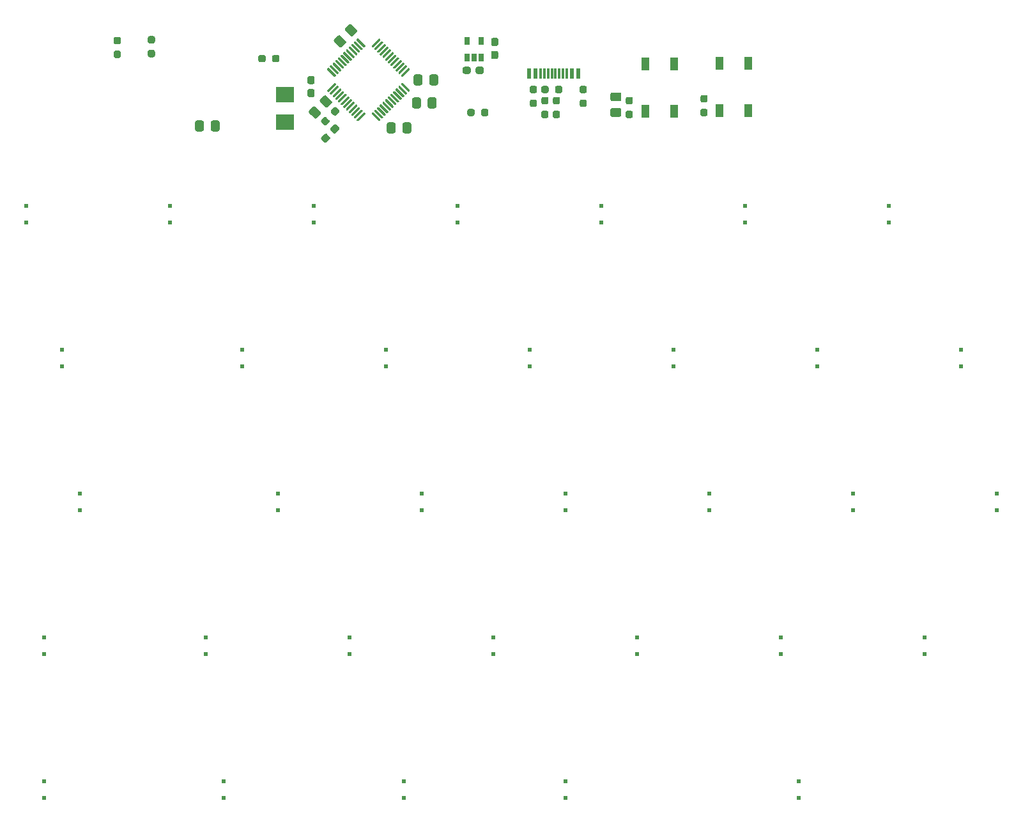
<source format=gbr>
%TF.GenerationSoftware,KiCad,Pcbnew,5.1.10*%
%TF.CreationDate,2021-08-04T23:16:11+02:00*%
%TF.ProjectId,keyboard,6b657962-6f61-4726-942e-6b696361645f,rev?*%
%TF.SameCoordinates,Original*%
%TF.FileFunction,Paste,Bot*%
%TF.FilePolarity,Positive*%
%FSLAX46Y46*%
G04 Gerber Fmt 4.6, Leading zero omitted, Abs format (unit mm)*
G04 Created by KiCad (PCBNEW 5.1.10) date 2021-08-04 23:16:11*
%MOMM*%
%LPD*%
G01*
G04 APERTURE LIST*
%ADD10R,1.000000X1.700000*%
%ADD11R,0.650000X1.060000*%
%ADD12R,0.600000X1.450000*%
%ADD13R,0.300000X1.450000*%
%ADD14R,0.500000X0.500000*%
%ADD15R,2.400000X2.000000*%
G04 APERTURE END LIST*
D10*
%TO.C,PB2*%
X166502000Y-50825000D03*
X166502000Y-57125000D03*
X170302000Y-50825000D03*
X170302000Y-57125000D03*
%TD*%
%TO.C,PB1*%
X176276000Y-50723000D03*
X176276000Y-57023000D03*
X180076000Y-50723000D03*
X180076000Y-57023000D03*
%TD*%
%TO.C,U2*%
G36*
G01*
X131155180Y-58421400D02*
X130218264Y-57484484D01*
G75*
G02*
X130218264Y-57378418I53033J53033D01*
G01*
X130324330Y-57272352D01*
G75*
G02*
X130430396Y-57272352I53033J-53033D01*
G01*
X131367312Y-58209268D01*
G75*
G02*
X131367312Y-58315334I-53033J-53033D01*
G01*
X131261246Y-58421400D01*
G75*
G02*
X131155180Y-58421400I-53033J53033D01*
G01*
G37*
G36*
G01*
X131508734Y-58067846D02*
X130571818Y-57130930D01*
G75*
G02*
X130571818Y-57024864I53033J53033D01*
G01*
X130677884Y-56918798D01*
G75*
G02*
X130783950Y-56918798I53033J-53033D01*
G01*
X131720866Y-57855714D01*
G75*
G02*
X131720866Y-57961780I-53033J-53033D01*
G01*
X131614800Y-58067846D01*
G75*
G02*
X131508734Y-58067846I-53033J53033D01*
G01*
G37*
G36*
G01*
X131862287Y-57714293D02*
X130925371Y-56777377D01*
G75*
G02*
X130925371Y-56671311I53033J53033D01*
G01*
X131031437Y-56565245D01*
G75*
G02*
X131137503Y-56565245I53033J-53033D01*
G01*
X132074419Y-57502161D01*
G75*
G02*
X132074419Y-57608227I-53033J-53033D01*
G01*
X131968353Y-57714293D01*
G75*
G02*
X131862287Y-57714293I-53033J53033D01*
G01*
G37*
G36*
G01*
X132215841Y-57360739D02*
X131278925Y-56423823D01*
G75*
G02*
X131278925Y-56317757I53033J53033D01*
G01*
X131384991Y-56211691D01*
G75*
G02*
X131491057Y-56211691I53033J-53033D01*
G01*
X132427973Y-57148607D01*
G75*
G02*
X132427973Y-57254673I-53033J-53033D01*
G01*
X132321907Y-57360739D01*
G75*
G02*
X132215841Y-57360739I-53033J53033D01*
G01*
G37*
G36*
G01*
X132569394Y-57007186D02*
X131632478Y-56070270D01*
G75*
G02*
X131632478Y-55964204I53033J53033D01*
G01*
X131738544Y-55858138D01*
G75*
G02*
X131844610Y-55858138I53033J-53033D01*
G01*
X132781526Y-56795054D01*
G75*
G02*
X132781526Y-56901120I-53033J-53033D01*
G01*
X132675460Y-57007186D01*
G75*
G02*
X132569394Y-57007186I-53033J53033D01*
G01*
G37*
G36*
G01*
X132922947Y-56653633D02*
X131986031Y-55716717D01*
G75*
G02*
X131986031Y-55610651I53033J53033D01*
G01*
X132092097Y-55504585D01*
G75*
G02*
X132198163Y-55504585I53033J-53033D01*
G01*
X133135079Y-56441501D01*
G75*
G02*
X133135079Y-56547567I-53033J-53033D01*
G01*
X133029013Y-56653633D01*
G75*
G02*
X132922947Y-56653633I-53033J53033D01*
G01*
G37*
G36*
G01*
X133276501Y-56300079D02*
X132339585Y-55363163D01*
G75*
G02*
X132339585Y-55257097I53033J53033D01*
G01*
X132445651Y-55151031D01*
G75*
G02*
X132551717Y-55151031I53033J-53033D01*
G01*
X133488633Y-56087947D01*
G75*
G02*
X133488633Y-56194013I-53033J-53033D01*
G01*
X133382567Y-56300079D01*
G75*
G02*
X133276501Y-56300079I-53033J53033D01*
G01*
G37*
G36*
G01*
X133630054Y-55946526D02*
X132693138Y-55009610D01*
G75*
G02*
X132693138Y-54903544I53033J53033D01*
G01*
X132799204Y-54797478D01*
G75*
G02*
X132905270Y-54797478I53033J-53033D01*
G01*
X133842186Y-55734394D01*
G75*
G02*
X133842186Y-55840460I-53033J-53033D01*
G01*
X133736120Y-55946526D01*
G75*
G02*
X133630054Y-55946526I-53033J53033D01*
G01*
G37*
G36*
G01*
X133983607Y-55592973D02*
X133046691Y-54656057D01*
G75*
G02*
X133046691Y-54549991I53033J53033D01*
G01*
X133152757Y-54443925D01*
G75*
G02*
X133258823Y-54443925I53033J-53033D01*
G01*
X134195739Y-55380841D01*
G75*
G02*
X134195739Y-55486907I-53033J-53033D01*
G01*
X134089673Y-55592973D01*
G75*
G02*
X133983607Y-55592973I-53033J53033D01*
G01*
G37*
G36*
G01*
X134337161Y-55239419D02*
X133400245Y-54302503D01*
G75*
G02*
X133400245Y-54196437I53033J53033D01*
G01*
X133506311Y-54090371D01*
G75*
G02*
X133612377Y-54090371I53033J-53033D01*
G01*
X134549293Y-55027287D01*
G75*
G02*
X134549293Y-55133353I-53033J-53033D01*
G01*
X134443227Y-55239419D01*
G75*
G02*
X134337161Y-55239419I-53033J53033D01*
G01*
G37*
G36*
G01*
X134690714Y-54885866D02*
X133753798Y-53948950D01*
G75*
G02*
X133753798Y-53842884I53033J53033D01*
G01*
X133859864Y-53736818D01*
G75*
G02*
X133965930Y-53736818I53033J-53033D01*
G01*
X134902846Y-54673734D01*
G75*
G02*
X134902846Y-54779800I-53033J-53033D01*
G01*
X134796780Y-54885866D01*
G75*
G02*
X134690714Y-54885866I-53033J53033D01*
G01*
G37*
G36*
G01*
X135044268Y-54532312D02*
X134107352Y-53595396D01*
G75*
G02*
X134107352Y-53489330I53033J53033D01*
G01*
X134213418Y-53383264D01*
G75*
G02*
X134319484Y-53383264I53033J-53033D01*
G01*
X135256400Y-54320180D01*
G75*
G02*
X135256400Y-54426246I-53033J-53033D01*
G01*
X135150334Y-54532312D01*
G75*
G02*
X135044268Y-54532312I-53033J53033D01*
G01*
G37*
G36*
G01*
X134213418Y-52534736D02*
X134107352Y-52428670D01*
G75*
G02*
X134107352Y-52322604I53033J53033D01*
G01*
X135044268Y-51385688D01*
G75*
G02*
X135150334Y-51385688I53033J-53033D01*
G01*
X135256400Y-51491754D01*
G75*
G02*
X135256400Y-51597820I-53033J-53033D01*
G01*
X134319484Y-52534736D01*
G75*
G02*
X134213418Y-52534736I-53033J53033D01*
G01*
G37*
G36*
G01*
X133859864Y-52181182D02*
X133753798Y-52075116D01*
G75*
G02*
X133753798Y-51969050I53033J53033D01*
G01*
X134690714Y-51032134D01*
G75*
G02*
X134796780Y-51032134I53033J-53033D01*
G01*
X134902846Y-51138200D01*
G75*
G02*
X134902846Y-51244266I-53033J-53033D01*
G01*
X133965930Y-52181182D01*
G75*
G02*
X133859864Y-52181182I-53033J53033D01*
G01*
G37*
G36*
G01*
X133506311Y-51827629D02*
X133400245Y-51721563D01*
G75*
G02*
X133400245Y-51615497I53033J53033D01*
G01*
X134337161Y-50678581D01*
G75*
G02*
X134443227Y-50678581I53033J-53033D01*
G01*
X134549293Y-50784647D01*
G75*
G02*
X134549293Y-50890713I-53033J-53033D01*
G01*
X133612377Y-51827629D01*
G75*
G02*
X133506311Y-51827629I-53033J53033D01*
G01*
G37*
G36*
G01*
X133152757Y-51474075D02*
X133046691Y-51368009D01*
G75*
G02*
X133046691Y-51261943I53033J53033D01*
G01*
X133983607Y-50325027D01*
G75*
G02*
X134089673Y-50325027I53033J-53033D01*
G01*
X134195739Y-50431093D01*
G75*
G02*
X134195739Y-50537159I-53033J-53033D01*
G01*
X133258823Y-51474075D01*
G75*
G02*
X133152757Y-51474075I-53033J53033D01*
G01*
G37*
G36*
G01*
X132799204Y-51120522D02*
X132693138Y-51014456D01*
G75*
G02*
X132693138Y-50908390I53033J53033D01*
G01*
X133630054Y-49971474D01*
G75*
G02*
X133736120Y-49971474I53033J-53033D01*
G01*
X133842186Y-50077540D01*
G75*
G02*
X133842186Y-50183606I-53033J-53033D01*
G01*
X132905270Y-51120522D01*
G75*
G02*
X132799204Y-51120522I-53033J53033D01*
G01*
G37*
G36*
G01*
X132445651Y-50766969D02*
X132339585Y-50660903D01*
G75*
G02*
X132339585Y-50554837I53033J53033D01*
G01*
X133276501Y-49617921D01*
G75*
G02*
X133382567Y-49617921I53033J-53033D01*
G01*
X133488633Y-49723987D01*
G75*
G02*
X133488633Y-49830053I-53033J-53033D01*
G01*
X132551717Y-50766969D01*
G75*
G02*
X132445651Y-50766969I-53033J53033D01*
G01*
G37*
G36*
G01*
X132092097Y-50413415D02*
X131986031Y-50307349D01*
G75*
G02*
X131986031Y-50201283I53033J53033D01*
G01*
X132922947Y-49264367D01*
G75*
G02*
X133029013Y-49264367I53033J-53033D01*
G01*
X133135079Y-49370433D01*
G75*
G02*
X133135079Y-49476499I-53033J-53033D01*
G01*
X132198163Y-50413415D01*
G75*
G02*
X132092097Y-50413415I-53033J53033D01*
G01*
G37*
G36*
G01*
X131738544Y-50059862D02*
X131632478Y-49953796D01*
G75*
G02*
X131632478Y-49847730I53033J53033D01*
G01*
X132569394Y-48910814D01*
G75*
G02*
X132675460Y-48910814I53033J-53033D01*
G01*
X132781526Y-49016880D01*
G75*
G02*
X132781526Y-49122946I-53033J-53033D01*
G01*
X131844610Y-50059862D01*
G75*
G02*
X131738544Y-50059862I-53033J53033D01*
G01*
G37*
G36*
G01*
X131384991Y-49706309D02*
X131278925Y-49600243D01*
G75*
G02*
X131278925Y-49494177I53033J53033D01*
G01*
X132215841Y-48557261D01*
G75*
G02*
X132321907Y-48557261I53033J-53033D01*
G01*
X132427973Y-48663327D01*
G75*
G02*
X132427973Y-48769393I-53033J-53033D01*
G01*
X131491057Y-49706309D01*
G75*
G02*
X131384991Y-49706309I-53033J53033D01*
G01*
G37*
G36*
G01*
X131031437Y-49352755D02*
X130925371Y-49246689D01*
G75*
G02*
X130925371Y-49140623I53033J53033D01*
G01*
X131862287Y-48203707D01*
G75*
G02*
X131968353Y-48203707I53033J-53033D01*
G01*
X132074419Y-48309773D01*
G75*
G02*
X132074419Y-48415839I-53033J-53033D01*
G01*
X131137503Y-49352755D01*
G75*
G02*
X131031437Y-49352755I-53033J53033D01*
G01*
G37*
G36*
G01*
X130677884Y-48999202D02*
X130571818Y-48893136D01*
G75*
G02*
X130571818Y-48787070I53033J53033D01*
G01*
X131508734Y-47850154D01*
G75*
G02*
X131614800Y-47850154I53033J-53033D01*
G01*
X131720866Y-47956220D01*
G75*
G02*
X131720866Y-48062286I-53033J-53033D01*
G01*
X130783950Y-48999202D01*
G75*
G02*
X130677884Y-48999202I-53033J53033D01*
G01*
G37*
G36*
G01*
X130324330Y-48645648D02*
X130218264Y-48539582D01*
G75*
G02*
X130218264Y-48433516I53033J53033D01*
G01*
X131155180Y-47496600D01*
G75*
G02*
X131261246Y-47496600I53033J-53033D01*
G01*
X131367312Y-47602666D01*
G75*
G02*
X131367312Y-47708732I-53033J-53033D01*
G01*
X130430396Y-48645648D01*
G75*
G02*
X130324330Y-48645648I-53033J53033D01*
G01*
G37*
G36*
G01*
X129157604Y-48645648D02*
X128220688Y-47708732D01*
G75*
G02*
X128220688Y-47602666I53033J53033D01*
G01*
X128326754Y-47496600D01*
G75*
G02*
X128432820Y-47496600I53033J-53033D01*
G01*
X129369736Y-48433516D01*
G75*
G02*
X129369736Y-48539582I-53033J-53033D01*
G01*
X129263670Y-48645648D01*
G75*
G02*
X129157604Y-48645648I-53033J53033D01*
G01*
G37*
G36*
G01*
X128804050Y-48999202D02*
X127867134Y-48062286D01*
G75*
G02*
X127867134Y-47956220I53033J53033D01*
G01*
X127973200Y-47850154D01*
G75*
G02*
X128079266Y-47850154I53033J-53033D01*
G01*
X129016182Y-48787070D01*
G75*
G02*
X129016182Y-48893136I-53033J-53033D01*
G01*
X128910116Y-48999202D01*
G75*
G02*
X128804050Y-48999202I-53033J53033D01*
G01*
G37*
G36*
G01*
X128450497Y-49352755D02*
X127513581Y-48415839D01*
G75*
G02*
X127513581Y-48309773I53033J53033D01*
G01*
X127619647Y-48203707D01*
G75*
G02*
X127725713Y-48203707I53033J-53033D01*
G01*
X128662629Y-49140623D01*
G75*
G02*
X128662629Y-49246689I-53033J-53033D01*
G01*
X128556563Y-49352755D01*
G75*
G02*
X128450497Y-49352755I-53033J53033D01*
G01*
G37*
G36*
G01*
X128096943Y-49706309D02*
X127160027Y-48769393D01*
G75*
G02*
X127160027Y-48663327I53033J53033D01*
G01*
X127266093Y-48557261D01*
G75*
G02*
X127372159Y-48557261I53033J-53033D01*
G01*
X128309075Y-49494177D01*
G75*
G02*
X128309075Y-49600243I-53033J-53033D01*
G01*
X128203009Y-49706309D01*
G75*
G02*
X128096943Y-49706309I-53033J53033D01*
G01*
G37*
G36*
G01*
X127743390Y-50059862D02*
X126806474Y-49122946D01*
G75*
G02*
X126806474Y-49016880I53033J53033D01*
G01*
X126912540Y-48910814D01*
G75*
G02*
X127018606Y-48910814I53033J-53033D01*
G01*
X127955522Y-49847730D01*
G75*
G02*
X127955522Y-49953796I-53033J-53033D01*
G01*
X127849456Y-50059862D01*
G75*
G02*
X127743390Y-50059862I-53033J53033D01*
G01*
G37*
G36*
G01*
X127389837Y-50413415D02*
X126452921Y-49476499D01*
G75*
G02*
X126452921Y-49370433I53033J53033D01*
G01*
X126558987Y-49264367D01*
G75*
G02*
X126665053Y-49264367I53033J-53033D01*
G01*
X127601969Y-50201283D01*
G75*
G02*
X127601969Y-50307349I-53033J-53033D01*
G01*
X127495903Y-50413415D01*
G75*
G02*
X127389837Y-50413415I-53033J53033D01*
G01*
G37*
G36*
G01*
X127036283Y-50766969D02*
X126099367Y-49830053D01*
G75*
G02*
X126099367Y-49723987I53033J53033D01*
G01*
X126205433Y-49617921D01*
G75*
G02*
X126311499Y-49617921I53033J-53033D01*
G01*
X127248415Y-50554837D01*
G75*
G02*
X127248415Y-50660903I-53033J-53033D01*
G01*
X127142349Y-50766969D01*
G75*
G02*
X127036283Y-50766969I-53033J53033D01*
G01*
G37*
G36*
G01*
X126682730Y-51120522D02*
X125745814Y-50183606D01*
G75*
G02*
X125745814Y-50077540I53033J53033D01*
G01*
X125851880Y-49971474D01*
G75*
G02*
X125957946Y-49971474I53033J-53033D01*
G01*
X126894862Y-50908390D01*
G75*
G02*
X126894862Y-51014456I-53033J-53033D01*
G01*
X126788796Y-51120522D01*
G75*
G02*
X126682730Y-51120522I-53033J53033D01*
G01*
G37*
G36*
G01*
X126329177Y-51474075D02*
X125392261Y-50537159D01*
G75*
G02*
X125392261Y-50431093I53033J53033D01*
G01*
X125498327Y-50325027D01*
G75*
G02*
X125604393Y-50325027I53033J-53033D01*
G01*
X126541309Y-51261943D01*
G75*
G02*
X126541309Y-51368009I-53033J-53033D01*
G01*
X126435243Y-51474075D01*
G75*
G02*
X126329177Y-51474075I-53033J53033D01*
G01*
G37*
G36*
G01*
X125975623Y-51827629D02*
X125038707Y-50890713D01*
G75*
G02*
X125038707Y-50784647I53033J53033D01*
G01*
X125144773Y-50678581D01*
G75*
G02*
X125250839Y-50678581I53033J-53033D01*
G01*
X126187755Y-51615497D01*
G75*
G02*
X126187755Y-51721563I-53033J-53033D01*
G01*
X126081689Y-51827629D01*
G75*
G02*
X125975623Y-51827629I-53033J53033D01*
G01*
G37*
G36*
G01*
X125622070Y-52181182D02*
X124685154Y-51244266D01*
G75*
G02*
X124685154Y-51138200I53033J53033D01*
G01*
X124791220Y-51032134D01*
G75*
G02*
X124897286Y-51032134I53033J-53033D01*
G01*
X125834202Y-51969050D01*
G75*
G02*
X125834202Y-52075116I-53033J-53033D01*
G01*
X125728136Y-52181182D01*
G75*
G02*
X125622070Y-52181182I-53033J53033D01*
G01*
G37*
G36*
G01*
X125268516Y-52534736D02*
X124331600Y-51597820D01*
G75*
G02*
X124331600Y-51491754I53033J53033D01*
G01*
X124437666Y-51385688D01*
G75*
G02*
X124543732Y-51385688I53033J-53033D01*
G01*
X125480648Y-52322604D01*
G75*
G02*
X125480648Y-52428670I-53033J-53033D01*
G01*
X125374582Y-52534736D01*
G75*
G02*
X125268516Y-52534736I-53033J53033D01*
G01*
G37*
G36*
G01*
X124437666Y-54532312D02*
X124331600Y-54426246D01*
G75*
G02*
X124331600Y-54320180I53033J53033D01*
G01*
X125268516Y-53383264D01*
G75*
G02*
X125374582Y-53383264I53033J-53033D01*
G01*
X125480648Y-53489330D01*
G75*
G02*
X125480648Y-53595396I-53033J-53033D01*
G01*
X124543732Y-54532312D01*
G75*
G02*
X124437666Y-54532312I-53033J53033D01*
G01*
G37*
G36*
G01*
X124791220Y-54885866D02*
X124685154Y-54779800D01*
G75*
G02*
X124685154Y-54673734I53033J53033D01*
G01*
X125622070Y-53736818D01*
G75*
G02*
X125728136Y-53736818I53033J-53033D01*
G01*
X125834202Y-53842884D01*
G75*
G02*
X125834202Y-53948950I-53033J-53033D01*
G01*
X124897286Y-54885866D01*
G75*
G02*
X124791220Y-54885866I-53033J53033D01*
G01*
G37*
G36*
G01*
X125144773Y-55239419D02*
X125038707Y-55133353D01*
G75*
G02*
X125038707Y-55027287I53033J53033D01*
G01*
X125975623Y-54090371D01*
G75*
G02*
X126081689Y-54090371I53033J-53033D01*
G01*
X126187755Y-54196437D01*
G75*
G02*
X126187755Y-54302503I-53033J-53033D01*
G01*
X125250839Y-55239419D01*
G75*
G02*
X125144773Y-55239419I-53033J53033D01*
G01*
G37*
G36*
G01*
X125498327Y-55592973D02*
X125392261Y-55486907D01*
G75*
G02*
X125392261Y-55380841I53033J53033D01*
G01*
X126329177Y-54443925D01*
G75*
G02*
X126435243Y-54443925I53033J-53033D01*
G01*
X126541309Y-54549991D01*
G75*
G02*
X126541309Y-54656057I-53033J-53033D01*
G01*
X125604393Y-55592973D01*
G75*
G02*
X125498327Y-55592973I-53033J53033D01*
G01*
G37*
G36*
G01*
X125851880Y-55946526D02*
X125745814Y-55840460D01*
G75*
G02*
X125745814Y-55734394I53033J53033D01*
G01*
X126682730Y-54797478D01*
G75*
G02*
X126788796Y-54797478I53033J-53033D01*
G01*
X126894862Y-54903544D01*
G75*
G02*
X126894862Y-55009610I-53033J-53033D01*
G01*
X125957946Y-55946526D01*
G75*
G02*
X125851880Y-55946526I-53033J53033D01*
G01*
G37*
G36*
G01*
X126205433Y-56300079D02*
X126099367Y-56194013D01*
G75*
G02*
X126099367Y-56087947I53033J53033D01*
G01*
X127036283Y-55151031D01*
G75*
G02*
X127142349Y-55151031I53033J-53033D01*
G01*
X127248415Y-55257097D01*
G75*
G02*
X127248415Y-55363163I-53033J-53033D01*
G01*
X126311499Y-56300079D01*
G75*
G02*
X126205433Y-56300079I-53033J53033D01*
G01*
G37*
G36*
G01*
X126558987Y-56653633D02*
X126452921Y-56547567D01*
G75*
G02*
X126452921Y-56441501I53033J53033D01*
G01*
X127389837Y-55504585D01*
G75*
G02*
X127495903Y-55504585I53033J-53033D01*
G01*
X127601969Y-55610651D01*
G75*
G02*
X127601969Y-55716717I-53033J-53033D01*
G01*
X126665053Y-56653633D01*
G75*
G02*
X126558987Y-56653633I-53033J53033D01*
G01*
G37*
G36*
G01*
X126912540Y-57007186D02*
X126806474Y-56901120D01*
G75*
G02*
X126806474Y-56795054I53033J53033D01*
G01*
X127743390Y-55858138D01*
G75*
G02*
X127849456Y-55858138I53033J-53033D01*
G01*
X127955522Y-55964204D01*
G75*
G02*
X127955522Y-56070270I-53033J-53033D01*
G01*
X127018606Y-57007186D01*
G75*
G02*
X126912540Y-57007186I-53033J53033D01*
G01*
G37*
G36*
G01*
X127266093Y-57360739D02*
X127160027Y-57254673D01*
G75*
G02*
X127160027Y-57148607I53033J53033D01*
G01*
X128096943Y-56211691D01*
G75*
G02*
X128203009Y-56211691I53033J-53033D01*
G01*
X128309075Y-56317757D01*
G75*
G02*
X128309075Y-56423823I-53033J-53033D01*
G01*
X127372159Y-57360739D01*
G75*
G02*
X127266093Y-57360739I-53033J53033D01*
G01*
G37*
G36*
G01*
X127619647Y-57714293D02*
X127513581Y-57608227D01*
G75*
G02*
X127513581Y-57502161I53033J53033D01*
G01*
X128450497Y-56565245D01*
G75*
G02*
X128556563Y-56565245I53033J-53033D01*
G01*
X128662629Y-56671311D01*
G75*
G02*
X128662629Y-56777377I-53033J-53033D01*
G01*
X127725713Y-57714293D01*
G75*
G02*
X127619647Y-57714293I-53033J53033D01*
G01*
G37*
G36*
G01*
X127973200Y-58067846D02*
X127867134Y-57961780D01*
G75*
G02*
X127867134Y-57855714I53033J53033D01*
G01*
X128804050Y-56918798D01*
G75*
G02*
X128910116Y-56918798I53033J-53033D01*
G01*
X129016182Y-57024864D01*
G75*
G02*
X129016182Y-57130930I-53033J-53033D01*
G01*
X128079266Y-58067846D01*
G75*
G02*
X127973200Y-58067846I-53033J53033D01*
G01*
G37*
G36*
G01*
X128326754Y-58421400D02*
X128220688Y-58315334D01*
G75*
G02*
X128220688Y-58209268I53033J53033D01*
G01*
X129157604Y-57272352D01*
G75*
G02*
X129263670Y-57272352I53033J-53033D01*
G01*
X129369736Y-57378418D01*
G75*
G02*
X129369736Y-57484484I-53033J-53033D01*
G01*
X128432820Y-58421400D01*
G75*
G02*
X128326754Y-58421400I-53033J53033D01*
G01*
G37*
%TD*%
D11*
%TO.C,U1*%
X144714000Y-47795000D03*
X142814000Y-47795000D03*
X142814000Y-49995000D03*
X143764000Y-49995000D03*
X144714000Y-49995000D03*
%TD*%
%TO.C,R12*%
G36*
G01*
X124245542Y-57917582D02*
X124581418Y-58253458D01*
G75*
G02*
X124581418Y-58589334I-167938J-167938D01*
G01*
X124227864Y-58942888D01*
G75*
G02*
X123891988Y-58942888I-167938J167938D01*
G01*
X123556112Y-58607012D01*
G75*
G02*
X123556112Y-58271136I167938J167938D01*
G01*
X123909666Y-57917582D01*
G75*
G02*
X124245542Y-57917582I167938J-167938D01*
G01*
G37*
G36*
G01*
X125536012Y-56627112D02*
X125871888Y-56962988D01*
G75*
G02*
X125871888Y-57298864I-167938J-167938D01*
G01*
X125518334Y-57652418D01*
G75*
G02*
X125182458Y-57652418I-167938J167938D01*
G01*
X124846582Y-57316542D01*
G75*
G02*
X124846582Y-56980666I167938J167938D01*
G01*
X125200136Y-56627112D01*
G75*
G02*
X125536012Y-56627112I167938J-167938D01*
G01*
G37*
%TD*%
%TO.C,R11*%
G36*
G01*
X115194300Y-50372500D02*
X115194300Y-49897500D01*
G75*
G02*
X115431800Y-49660000I237500J0D01*
G01*
X115931800Y-49660000D01*
G75*
G02*
X116169300Y-49897500I0J-237500D01*
G01*
X116169300Y-50372500D01*
G75*
G02*
X115931800Y-50610000I-237500J0D01*
G01*
X115431800Y-50610000D01*
G75*
G02*
X115194300Y-50372500I0J237500D01*
G01*
G37*
G36*
G01*
X117019300Y-50372500D02*
X117019300Y-49897500D01*
G75*
G02*
X117256800Y-49660000I237500J0D01*
G01*
X117756800Y-49660000D01*
G75*
G02*
X117994300Y-49897500I0J-237500D01*
G01*
X117994300Y-50372500D01*
G75*
G02*
X117756800Y-50610000I-237500J0D01*
G01*
X117256800Y-50610000D01*
G75*
G02*
X117019300Y-50372500I0J237500D01*
G01*
G37*
%TD*%
%TO.C,R10*%
G36*
G01*
X101259700Y-48133300D02*
X100784700Y-48133300D01*
G75*
G02*
X100547200Y-47895800I0J237500D01*
G01*
X100547200Y-47395800D01*
G75*
G02*
X100784700Y-47158300I237500J0D01*
G01*
X101259700Y-47158300D01*
G75*
G02*
X101497200Y-47395800I0J-237500D01*
G01*
X101497200Y-47895800D01*
G75*
G02*
X101259700Y-48133300I-237500J0D01*
G01*
G37*
G36*
G01*
X101259700Y-49958300D02*
X100784700Y-49958300D01*
G75*
G02*
X100547200Y-49720800I0J237500D01*
G01*
X100547200Y-49220800D01*
G75*
G02*
X100784700Y-48983300I237500J0D01*
G01*
X101259700Y-48983300D01*
G75*
G02*
X101497200Y-49220800I0J-237500D01*
G01*
X101497200Y-49720800D01*
G75*
G02*
X101259700Y-49958300I-237500J0D01*
G01*
G37*
%TD*%
%TO.C,R9*%
G36*
G01*
X96732100Y-50059900D02*
X96257100Y-50059900D01*
G75*
G02*
X96019600Y-49822400I0J237500D01*
G01*
X96019600Y-49322400D01*
G75*
G02*
X96257100Y-49084900I237500J0D01*
G01*
X96732100Y-49084900D01*
G75*
G02*
X96969600Y-49322400I0J-237500D01*
G01*
X96969600Y-49822400D01*
G75*
G02*
X96732100Y-50059900I-237500J0D01*
G01*
G37*
G36*
G01*
X96732100Y-48234900D02*
X96257100Y-48234900D01*
G75*
G02*
X96019600Y-47997400I0J237500D01*
G01*
X96019600Y-47497400D01*
G75*
G02*
X96257100Y-47259900I237500J0D01*
G01*
X96732100Y-47259900D01*
G75*
G02*
X96969600Y-47497400I0J-237500D01*
G01*
X96969600Y-47997400D01*
G75*
G02*
X96732100Y-48234900I-237500J0D01*
G01*
G37*
%TD*%
%TO.C,R8*%
G36*
G01*
X153649500Y-53991500D02*
X153649500Y-54466500D01*
G75*
G02*
X153412000Y-54704000I-237500J0D01*
G01*
X152912000Y-54704000D01*
G75*
G02*
X152674500Y-54466500I0J237500D01*
G01*
X152674500Y-53991500D01*
G75*
G02*
X152912000Y-53754000I237500J0D01*
G01*
X153412000Y-53754000D01*
G75*
G02*
X153649500Y-53991500I0J-237500D01*
G01*
G37*
G36*
G01*
X155474500Y-53991500D02*
X155474500Y-54466500D01*
G75*
G02*
X155237000Y-54704000I-237500J0D01*
G01*
X154737000Y-54704000D01*
G75*
G02*
X154499500Y-54466500I0J237500D01*
G01*
X154499500Y-53991500D01*
G75*
G02*
X154737000Y-53754000I237500J0D01*
G01*
X155237000Y-53754000D01*
G75*
G02*
X155474500Y-53991500I0J-237500D01*
G01*
G37*
%TD*%
%TO.C,R7*%
G36*
G01*
X153399500Y-56193500D02*
X152924500Y-56193500D01*
G75*
G02*
X152687000Y-55956000I0J237500D01*
G01*
X152687000Y-55456000D01*
G75*
G02*
X152924500Y-55218500I237500J0D01*
G01*
X153399500Y-55218500D01*
G75*
G02*
X153637000Y-55456000I0J-237500D01*
G01*
X153637000Y-55956000D01*
G75*
G02*
X153399500Y-56193500I-237500J0D01*
G01*
G37*
G36*
G01*
X153399500Y-58018500D02*
X152924500Y-58018500D01*
G75*
G02*
X152687000Y-57781000I0J237500D01*
G01*
X152687000Y-57281000D01*
G75*
G02*
X152924500Y-57043500I237500J0D01*
G01*
X153399500Y-57043500D01*
G75*
G02*
X153637000Y-57281000I0J-237500D01*
G01*
X153637000Y-57781000D01*
G75*
G02*
X153399500Y-58018500I-237500J0D01*
G01*
G37*
%TD*%
%TO.C,R6*%
G36*
G01*
X154923500Y-58018500D02*
X154448500Y-58018500D01*
G75*
G02*
X154211000Y-57781000I0J237500D01*
G01*
X154211000Y-57281000D01*
G75*
G02*
X154448500Y-57043500I237500J0D01*
G01*
X154923500Y-57043500D01*
G75*
G02*
X155161000Y-57281000I0J-237500D01*
G01*
X155161000Y-57781000D01*
G75*
G02*
X154923500Y-58018500I-237500J0D01*
G01*
G37*
G36*
G01*
X154923500Y-56193500D02*
X154448500Y-56193500D01*
G75*
G02*
X154211000Y-55956000I0J237500D01*
G01*
X154211000Y-55456000D01*
G75*
G02*
X154448500Y-55218500I237500J0D01*
G01*
X154923500Y-55218500D01*
G75*
G02*
X155161000Y-55456000I0J-237500D01*
G01*
X155161000Y-55956000D01*
G75*
G02*
X154923500Y-56193500I-237500J0D01*
G01*
G37*
%TD*%
%TO.C,R5*%
G36*
G01*
X158479500Y-54716500D02*
X158004500Y-54716500D01*
G75*
G02*
X157767000Y-54479000I0J237500D01*
G01*
X157767000Y-53979000D01*
G75*
G02*
X158004500Y-53741500I237500J0D01*
G01*
X158479500Y-53741500D01*
G75*
G02*
X158717000Y-53979000I0J-237500D01*
G01*
X158717000Y-54479000D01*
G75*
G02*
X158479500Y-54716500I-237500J0D01*
G01*
G37*
G36*
G01*
X158479500Y-56541500D02*
X158004500Y-56541500D01*
G75*
G02*
X157767000Y-56304000I0J237500D01*
G01*
X157767000Y-55804000D01*
G75*
G02*
X158004500Y-55566500I237500J0D01*
G01*
X158479500Y-55566500D01*
G75*
G02*
X158717000Y-55804000I0J-237500D01*
G01*
X158717000Y-56304000D01*
G75*
G02*
X158479500Y-56541500I-237500J0D01*
G01*
G37*
%TD*%
%TO.C,R4*%
G36*
G01*
X151875500Y-56541500D02*
X151400500Y-56541500D01*
G75*
G02*
X151163000Y-56304000I0J237500D01*
G01*
X151163000Y-55804000D01*
G75*
G02*
X151400500Y-55566500I237500J0D01*
G01*
X151875500Y-55566500D01*
G75*
G02*
X152113000Y-55804000I0J-237500D01*
G01*
X152113000Y-56304000D01*
G75*
G02*
X151875500Y-56541500I-237500J0D01*
G01*
G37*
G36*
G01*
X151875500Y-54716500D02*
X151400500Y-54716500D01*
G75*
G02*
X151163000Y-54479000I0J237500D01*
G01*
X151163000Y-53979000D01*
G75*
G02*
X151400500Y-53741500I237500J0D01*
G01*
X151875500Y-53741500D01*
G75*
G02*
X152113000Y-53979000I0J-237500D01*
G01*
X152113000Y-54479000D01*
G75*
G02*
X151875500Y-54716500I-237500J0D01*
G01*
G37*
%TD*%
%TO.C,R3*%
G36*
G01*
X164100500Y-55218500D02*
X164575500Y-55218500D01*
G75*
G02*
X164813000Y-55456000I0J-237500D01*
G01*
X164813000Y-55956000D01*
G75*
G02*
X164575500Y-56193500I-237500J0D01*
G01*
X164100500Y-56193500D01*
G75*
G02*
X163863000Y-55956000I0J237500D01*
G01*
X163863000Y-55456000D01*
G75*
G02*
X164100500Y-55218500I237500J0D01*
G01*
G37*
G36*
G01*
X164100500Y-57043500D02*
X164575500Y-57043500D01*
G75*
G02*
X164813000Y-57281000I0J-237500D01*
G01*
X164813000Y-57781000D01*
G75*
G02*
X164575500Y-58018500I-237500J0D01*
G01*
X164100500Y-58018500D01*
G75*
G02*
X163863000Y-57781000I0J237500D01*
G01*
X163863000Y-57281000D01*
G75*
G02*
X164100500Y-57043500I237500J0D01*
G01*
G37*
%TD*%
%TO.C,R2*%
G36*
G01*
X174481500Y-55939500D02*
X174006500Y-55939500D01*
G75*
G02*
X173769000Y-55702000I0J237500D01*
G01*
X173769000Y-55202000D01*
G75*
G02*
X174006500Y-54964500I237500J0D01*
G01*
X174481500Y-54964500D01*
G75*
G02*
X174719000Y-55202000I0J-237500D01*
G01*
X174719000Y-55702000D01*
G75*
G02*
X174481500Y-55939500I-237500J0D01*
G01*
G37*
G36*
G01*
X174481500Y-57764500D02*
X174006500Y-57764500D01*
G75*
G02*
X173769000Y-57527000I0J237500D01*
G01*
X173769000Y-57027000D01*
G75*
G02*
X174006500Y-56789500I237500J0D01*
G01*
X174481500Y-56789500D01*
G75*
G02*
X174719000Y-57027000I0J-237500D01*
G01*
X174719000Y-57527000D01*
G75*
G02*
X174481500Y-57764500I-237500J0D01*
G01*
G37*
%TD*%
%TO.C,R1*%
G36*
G01*
X142872000Y-57514500D02*
X142872000Y-57039500D01*
G75*
G02*
X143109500Y-56802000I237500J0D01*
G01*
X143609500Y-56802000D01*
G75*
G02*
X143847000Y-57039500I0J-237500D01*
G01*
X143847000Y-57514500D01*
G75*
G02*
X143609500Y-57752000I-237500J0D01*
G01*
X143109500Y-57752000D01*
G75*
G02*
X142872000Y-57514500I0J237500D01*
G01*
G37*
G36*
G01*
X144697000Y-57514500D02*
X144697000Y-57039500D01*
G75*
G02*
X144934500Y-56802000I237500J0D01*
G01*
X145434500Y-56802000D01*
G75*
G02*
X145672000Y-57039500I0J-237500D01*
G01*
X145672000Y-57514500D01*
G75*
G02*
X145434500Y-57752000I-237500J0D01*
G01*
X144934500Y-57752000D01*
G75*
G02*
X144697000Y-57514500I0J237500D01*
G01*
G37*
%TD*%
D12*
%TO.C,J1*%
X157569001Y-52078999D03*
X156769001Y-52078999D03*
X151869001Y-52078999D03*
X151069001Y-52078999D03*
X151069001Y-52078999D03*
X151869001Y-52078999D03*
X156769001Y-52078999D03*
X157569001Y-52078999D03*
D13*
X152569001Y-52078999D03*
X153069001Y-52078999D03*
X153569001Y-52078999D03*
X154569001Y-52078999D03*
X155069001Y-52078999D03*
X155569001Y-52078999D03*
X156069001Y-52078999D03*
X154069001Y-52078999D03*
%TD*%
%TO.C,C11*%
G36*
G01*
X121936500Y-52444500D02*
X122411500Y-52444500D01*
G75*
G02*
X122649000Y-52682000I0J-237500D01*
G01*
X122649000Y-53282000D01*
G75*
G02*
X122411500Y-53519500I-237500J0D01*
G01*
X121936500Y-53519500D01*
G75*
G02*
X121699000Y-53282000I0J237500D01*
G01*
X121699000Y-52682000D01*
G75*
G02*
X121936500Y-52444500I237500J0D01*
G01*
G37*
G36*
G01*
X121936500Y-54169500D02*
X122411500Y-54169500D01*
G75*
G02*
X122649000Y-54407000I0J-237500D01*
G01*
X122649000Y-55007000D01*
G75*
G02*
X122411500Y-55244500I-237500J0D01*
G01*
X121936500Y-55244500D01*
G75*
G02*
X121699000Y-55007000I0J237500D01*
G01*
X121699000Y-54407000D01*
G75*
G02*
X121936500Y-54169500I237500J0D01*
G01*
G37*
%TD*%
%TO.C,C10*%
G36*
G01*
X124316252Y-60132872D02*
X124652128Y-60468748D01*
G75*
G02*
X124652128Y-60804624I-167938J-167938D01*
G01*
X124227864Y-61228888D01*
G75*
G02*
X123891988Y-61228888I-167938J167938D01*
G01*
X123556112Y-60893012D01*
G75*
G02*
X123556112Y-60557136I167938J167938D01*
G01*
X123980376Y-60132872D01*
G75*
G02*
X124316252Y-60132872I167938J-167938D01*
G01*
G37*
G36*
G01*
X125536012Y-58913112D02*
X125871888Y-59248988D01*
G75*
G02*
X125871888Y-59584864I-167938J-167938D01*
G01*
X125447624Y-60009128D01*
G75*
G02*
X125111748Y-60009128I-167938J167938D01*
G01*
X124775872Y-59673252D01*
G75*
G02*
X124775872Y-59337376I167938J167938D01*
G01*
X125200136Y-58913112D01*
G75*
G02*
X125536012Y-58913112I167938J-167938D01*
G01*
G37*
%TD*%
%TO.C,C9*%
G36*
G01*
X110061500Y-58580000D02*
X110061500Y-59530000D01*
G75*
G02*
X109811500Y-59780000I-250000J0D01*
G01*
X109136500Y-59780000D01*
G75*
G02*
X108886500Y-59530000I0J250000D01*
G01*
X108886500Y-58580000D01*
G75*
G02*
X109136500Y-58330000I250000J0D01*
G01*
X109811500Y-58330000D01*
G75*
G02*
X110061500Y-58580000I0J-250000D01*
G01*
G37*
G36*
G01*
X107986500Y-58580000D02*
X107986500Y-59530000D01*
G75*
G02*
X107736500Y-59780000I-250000J0D01*
G01*
X107061500Y-59780000D01*
G75*
G02*
X106811500Y-59530000I0J250000D01*
G01*
X106811500Y-58580000D01*
G75*
G02*
X107061500Y-58330000I250000J0D01*
G01*
X107736500Y-58330000D01*
G75*
G02*
X107986500Y-58580000I0J-250000D01*
G01*
G37*
%TD*%
%TO.C,C8*%
G36*
G01*
X143338500Y-51451500D02*
X143338500Y-51926500D01*
G75*
G02*
X143101000Y-52164000I-237500J0D01*
G01*
X142501000Y-52164000D01*
G75*
G02*
X142263500Y-51926500I0J237500D01*
G01*
X142263500Y-51451500D01*
G75*
G02*
X142501000Y-51214000I237500J0D01*
G01*
X143101000Y-51214000D01*
G75*
G02*
X143338500Y-51451500I0J-237500D01*
G01*
G37*
G36*
G01*
X145063500Y-51451500D02*
X145063500Y-51926500D01*
G75*
G02*
X144826000Y-52164000I-237500J0D01*
G01*
X144226000Y-52164000D01*
G75*
G02*
X143988500Y-51926500I0J237500D01*
G01*
X143988500Y-51451500D01*
G75*
G02*
X144226000Y-51214000I237500J0D01*
G01*
X144826000Y-51214000D01*
G75*
G02*
X145063500Y-51451500I0J-237500D01*
G01*
G37*
%TD*%
%TO.C,C7*%
G36*
G01*
X163035000Y-55789500D02*
X162085000Y-55789500D01*
G75*
G02*
X161835000Y-55539500I0J250000D01*
G01*
X161835000Y-54864500D01*
G75*
G02*
X162085000Y-54614500I250000J0D01*
G01*
X163035000Y-54614500D01*
G75*
G02*
X163285000Y-54864500I0J-250000D01*
G01*
X163285000Y-55539500D01*
G75*
G02*
X163035000Y-55789500I-250000J0D01*
G01*
G37*
G36*
G01*
X163035000Y-57864500D02*
X162085000Y-57864500D01*
G75*
G02*
X161835000Y-57614500I0J250000D01*
G01*
X161835000Y-56939500D01*
G75*
G02*
X162085000Y-56689500I250000J0D01*
G01*
X163035000Y-56689500D01*
G75*
G02*
X163285000Y-56939500I0J-250000D01*
G01*
X163285000Y-57614500D01*
G75*
G02*
X163035000Y-57864500I-250000J0D01*
G01*
G37*
%TD*%
%TO.C,C6*%
G36*
G01*
X146267500Y-47394500D02*
X146742500Y-47394500D01*
G75*
G02*
X146980000Y-47632000I0J-237500D01*
G01*
X146980000Y-48232000D01*
G75*
G02*
X146742500Y-48469500I-237500J0D01*
G01*
X146267500Y-48469500D01*
G75*
G02*
X146030000Y-48232000I0J237500D01*
G01*
X146030000Y-47632000D01*
G75*
G02*
X146267500Y-47394500I237500J0D01*
G01*
G37*
G36*
G01*
X146267500Y-49119500D02*
X146742500Y-49119500D01*
G75*
G02*
X146980000Y-49357000I0J-237500D01*
G01*
X146980000Y-49957000D01*
G75*
G02*
X146742500Y-50194500I-237500J0D01*
G01*
X146267500Y-50194500D01*
G75*
G02*
X146030000Y-49957000I0J237500D01*
G01*
X146030000Y-49357000D01*
G75*
G02*
X146267500Y-49119500I237500J0D01*
G01*
G37*
%TD*%
%TO.C,C5*%
G36*
G01*
X135556500Y-56482000D02*
X135556500Y-55532000D01*
G75*
G02*
X135806500Y-55282000I250000J0D01*
G01*
X136481500Y-55282000D01*
G75*
G02*
X136731500Y-55532000I0J-250000D01*
G01*
X136731500Y-56482000D01*
G75*
G02*
X136481500Y-56732000I-250000J0D01*
G01*
X135806500Y-56732000D01*
G75*
G02*
X135556500Y-56482000I0J250000D01*
G01*
G37*
G36*
G01*
X137631500Y-56482000D02*
X137631500Y-55532000D01*
G75*
G02*
X137881500Y-55282000I250000J0D01*
G01*
X138556500Y-55282000D01*
G75*
G02*
X138806500Y-55532000I0J-250000D01*
G01*
X138806500Y-56482000D01*
G75*
G02*
X138556500Y-56732000I-250000J0D01*
G01*
X137881500Y-56732000D01*
G75*
G02*
X137631500Y-56482000I0J250000D01*
G01*
G37*
%TD*%
%TO.C,C4*%
G36*
G01*
X134286500Y-59784000D02*
X134286500Y-58834000D01*
G75*
G02*
X134536500Y-58584000I250000J0D01*
G01*
X135211500Y-58584000D01*
G75*
G02*
X135461500Y-58834000I0J-250000D01*
G01*
X135461500Y-59784000D01*
G75*
G02*
X135211500Y-60034000I-250000J0D01*
G01*
X134536500Y-60034000D01*
G75*
G02*
X134286500Y-59784000I0J250000D01*
G01*
G37*
G36*
G01*
X132211500Y-59784000D02*
X132211500Y-58834000D01*
G75*
G02*
X132461500Y-58584000I250000J0D01*
G01*
X133136500Y-58584000D01*
G75*
G02*
X133386500Y-58834000I0J-250000D01*
G01*
X133386500Y-59784000D01*
G75*
G02*
X133136500Y-60034000I-250000J0D01*
G01*
X132461500Y-60034000D01*
G75*
G02*
X132211500Y-59784000I0J250000D01*
G01*
G37*
%TD*%
%TO.C,C3*%
G36*
G01*
X139017500Y-52484000D02*
X139017500Y-53434000D01*
G75*
G02*
X138767500Y-53684000I-250000J0D01*
G01*
X138092500Y-53684000D01*
G75*
G02*
X137842500Y-53434000I0J250000D01*
G01*
X137842500Y-52484000D01*
G75*
G02*
X138092500Y-52234000I250000J0D01*
G01*
X138767500Y-52234000D01*
G75*
G02*
X139017500Y-52484000I0J-250000D01*
G01*
G37*
G36*
G01*
X136942500Y-52484000D02*
X136942500Y-53434000D01*
G75*
G02*
X136692500Y-53684000I-250000J0D01*
G01*
X136017500Y-53684000D01*
G75*
G02*
X135767500Y-53434000I0J250000D01*
G01*
X135767500Y-52484000D01*
G75*
G02*
X136017500Y-52234000I250000J0D01*
G01*
X136692500Y-52234000D01*
G75*
G02*
X136942500Y-52484000I0J-250000D01*
G01*
G37*
%TD*%
%TO.C,C2*%
G36*
G01*
X126091927Y-47099322D02*
X126763678Y-47771073D01*
G75*
G02*
X126763678Y-48124627I-176777J-176777D01*
G01*
X126286381Y-48601924D01*
G75*
G02*
X125932827Y-48601924I-176777J176777D01*
G01*
X125261076Y-47930173D01*
G75*
G02*
X125261076Y-47576619I176777J176777D01*
G01*
X125738373Y-47099322D01*
G75*
G02*
X126091927Y-47099322I176777J-176777D01*
G01*
G37*
G36*
G01*
X127559173Y-45632076D02*
X128230924Y-46303827D01*
G75*
G02*
X128230924Y-46657381I-176777J-176777D01*
G01*
X127753627Y-47134678D01*
G75*
G02*
X127400073Y-47134678I-176777J176777D01*
G01*
X126728322Y-46462927D01*
G75*
G02*
X126728322Y-46109373I176777J176777D01*
G01*
X127205619Y-45632076D01*
G75*
G02*
X127559173Y-45632076I176777J-176777D01*
G01*
G37*
%TD*%
%TO.C,C1*%
G36*
G01*
X122761550Y-56525699D02*
X123433301Y-57197450D01*
G75*
G02*
X123433301Y-57551004I-176777J-176777D01*
G01*
X122956004Y-58028301D01*
G75*
G02*
X122602450Y-58028301I-176777J176777D01*
G01*
X121930699Y-57356550D01*
G75*
G02*
X121930699Y-57002996I176777J176777D01*
G01*
X122407996Y-56525699D01*
G75*
G02*
X122761550Y-56525699I176777J-176777D01*
G01*
G37*
G36*
G01*
X124228796Y-55058453D02*
X124900547Y-55730204D01*
G75*
G02*
X124900547Y-56083758I-176777J-176777D01*
G01*
X124423250Y-56561055D01*
G75*
G02*
X124069696Y-56561055I-176777J176777D01*
G01*
X123397945Y-55889304D01*
G75*
G02*
X123397945Y-55535750I176777J176777D01*
G01*
X123875242Y-55058453D01*
G75*
G02*
X124228796Y-55058453I176777J-176777D01*
G01*
G37*
%TD*%
D14*
%TO.C,D9*%
X113011000Y-88652000D03*
X113011000Y-90852000D03*
%TD*%
%TO.C,D8*%
X89198500Y-88652000D03*
X89198500Y-90852000D03*
%TD*%
%TO.C,D7*%
X198736000Y-69602000D03*
X198736000Y-71802000D03*
%TD*%
%TO.C,D6*%
X179686000Y-69602000D03*
X179686000Y-71802000D03*
%TD*%
%TO.C,D5*%
X160636000Y-69602000D03*
X160636000Y-71802000D03*
%TD*%
%TO.C,D4*%
X141586000Y-69602000D03*
X141586000Y-71802000D03*
%TD*%
%TO.C,D33*%
X186829750Y-145802000D03*
X186829750Y-148002000D03*
%TD*%
%TO.C,D32*%
X155873500Y-145802000D03*
X155873500Y-148002000D03*
%TD*%
%TO.C,D31*%
X134442250Y-145802000D03*
X134442250Y-148002000D03*
%TD*%
%TO.C,D30*%
X110629750Y-145802000D03*
X110629750Y-148002000D03*
%TD*%
%TO.C,D3*%
X122536000Y-69602000D03*
X122536000Y-71802000D03*
%TD*%
%TO.C,D29*%
X86817250Y-145802000D03*
X86817250Y-148002000D03*
%TD*%
%TO.C,D28*%
X203498500Y-126752000D03*
X203498500Y-128952000D03*
%TD*%
%TO.C,D27*%
X184448500Y-126752000D03*
X184448500Y-128952000D03*
%TD*%
%TO.C,D26*%
X165398500Y-126752000D03*
X165398500Y-128952000D03*
%TD*%
%TO.C,D25*%
X146348500Y-126752000D03*
X146348500Y-128952000D03*
%TD*%
%TO.C,D24*%
X127298500Y-126752000D03*
X127298500Y-128952000D03*
%TD*%
%TO.C,D23*%
X108248500Y-126752000D03*
X108248500Y-128952000D03*
%TD*%
%TO.C,D22*%
X86817250Y-126752000D03*
X86817250Y-128952000D03*
%TD*%
%TO.C,D21*%
X213023500Y-107702000D03*
X213023500Y-109902000D03*
%TD*%
%TO.C,D20*%
X193973500Y-107702000D03*
X193973500Y-109902000D03*
%TD*%
%TO.C,D2*%
X103486000Y-69602000D03*
X103486000Y-71802000D03*
%TD*%
%TO.C,D19*%
X174923500Y-107702000D03*
X174923500Y-109902000D03*
%TD*%
%TO.C,D18*%
X155873500Y-107702000D03*
X155873500Y-109902000D03*
%TD*%
%TO.C,D17*%
X136823500Y-107702000D03*
X136823500Y-109902000D03*
%TD*%
%TO.C,D16*%
X117773500Y-107702000D03*
X117773500Y-109902000D03*
%TD*%
%TO.C,D15*%
X91579750Y-107702000D03*
X91579750Y-109902000D03*
%TD*%
%TO.C,D14*%
X208261000Y-88652000D03*
X208261000Y-90852000D03*
%TD*%
%TO.C,D13*%
X189211000Y-88652000D03*
X189211000Y-90852000D03*
%TD*%
%TO.C,D12*%
X170161000Y-88652000D03*
X170161000Y-90852000D03*
%TD*%
%TO.C,D11*%
X151111000Y-88652000D03*
X151111000Y-90852000D03*
%TD*%
%TO.C,D10*%
X132061000Y-88652000D03*
X132061000Y-90852000D03*
%TD*%
%TO.C,D1*%
X84436000Y-69602000D03*
X84436000Y-71802000D03*
%TD*%
D15*
%TO.C,Y1*%
X118726000Y-58589000D03*
X118726000Y-54889000D03*
%TD*%
M02*

</source>
